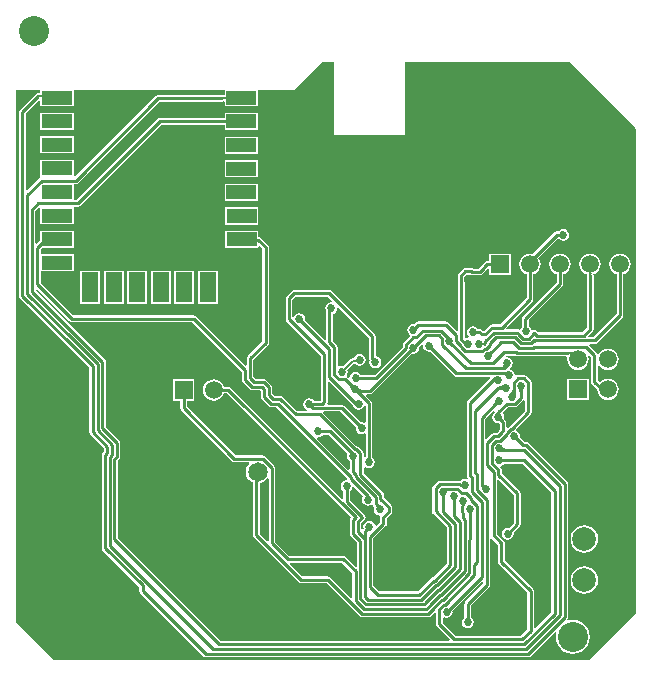
<source format=gbl>
G04 Layer_Physical_Order=2*
G04 Layer_Color=16711680*
%FSLAX24Y24*%
%MOIN*%
G70*
G01*
G75*
%ADD38C,0.0100*%
%ADD39C,0.0060*%
%ADD45R,0.0591X0.0591*%
%ADD46C,0.0591*%
%ADD47R,0.1000X0.0450*%
%ADD48R,0.0550X0.1000*%
%ADD49C,0.0787*%
%ADD50C,0.0650*%
%ADD51C,0.0270*%
%ADD52C,0.1000*%
G36*
X17462Y16202D02*
X17467Y16193D01*
X17473Y16185D01*
X17480Y16179D01*
X17489Y16173D01*
X17498Y16168D01*
X17508Y16165D01*
X17520Y16162D01*
X17532Y16161D01*
X17546Y16160D01*
X17498Y16075D01*
X17502Y16069D01*
X17511Y16059D01*
X17441Y15989D01*
X17431Y15998D01*
X17421Y16006D01*
X17411Y16013D01*
X17401Y16019D01*
X17390Y16024D01*
X17379Y16028D01*
X17367Y16031D01*
X17356Y16033D01*
X17344Y16035D01*
X17331Y16035D01*
X17412Y16116D01*
X17458Y16212D01*
X17462Y16202D01*
D02*
G37*
G36*
X22904Y16184D02*
X22964D01*
X22956Y16175D01*
X22948Y16165D01*
X22942Y16155D01*
X22936Y16145D01*
X22931Y16134D01*
X22927Y16123D01*
X22924Y16111D01*
X22922Y16099D01*
X22920Y16087D01*
X22920Y16074D01*
X22820D01*
X22820Y16087D01*
X22818Y16099D01*
X22816Y16111D01*
X22813Y16123D01*
X22809Y16134D01*
X22804Y16145D01*
X22798Y16155D01*
X22792Y16165D01*
X22784Y16175D01*
X22775Y16184D01*
X22839D01*
X22839Y16184D01*
X22840Y16260D01*
X22900D01*
X22904Y16184D01*
D02*
G37*
G36*
X22267Y16122D02*
X22258Y16130D01*
X22248Y16137D01*
X22238Y16144D01*
X22228Y16150D01*
X22217Y16154D01*
X22205Y16158D01*
X22193Y16161D01*
X22181Y16163D01*
X22169Y16165D01*
X22156Y16165D01*
X22152Y16265D01*
X22165Y16265D01*
X22177Y16267D01*
X22189Y16269D01*
X22201Y16272D01*
X22212Y16276D01*
X22223Y16282D01*
X22233Y16287D01*
X22242Y16294D01*
X22252Y16302D01*
X22260Y16311D01*
X22267Y16122D01*
D02*
G37*
G36*
X23003Y15784D02*
Y15441D01*
X22498Y14937D01*
X22465Y14914D01*
X22465Y14914D01*
X22428Y14878D01*
X22382Y14897D01*
Y15060D01*
X22374Y15103D01*
X22349Y15139D01*
X22349Y15139D01*
X22309Y15180D01*
X22319Y15230D01*
X22304Y15306D01*
X22261Y15371D01*
X22260Y15381D01*
X22441Y15563D01*
X22671D01*
X22671Y15563D01*
X22714Y15571D01*
X22751Y15596D01*
X22949Y15794D01*
X22949Y15794D01*
X22953Y15800D01*
X23003Y15784D01*
D02*
G37*
G36*
X22120Y15625D02*
X22108Y15626D01*
X22096Y15625D01*
X22085Y15623D01*
X22073Y15621D01*
X22062Y15617D01*
X22052Y15612D01*
X22041Y15606D01*
X22031Y15599D01*
X22021Y15591D01*
X22011Y15582D01*
X21945Y15658D01*
X21954Y15667D01*
X21962Y15677D01*
X21969Y15687D01*
X21976Y15698D01*
X21981Y15708D01*
X21986Y15720D01*
X21989Y15731D01*
X21992Y15743D01*
X21994Y15755D01*
X21995Y15767D01*
X22120Y15625D01*
D02*
G37*
G36*
X22675Y16086D02*
X22675Y16073D01*
X22678Y16036D01*
X22680Y16024D01*
X22685Y16002D01*
X22688Y15991D01*
X22695Y15970D01*
X22523Y16047D01*
X22533Y16051D01*
X22542Y16056D01*
X22550Y16063D01*
X22556Y16070D01*
X22562Y16079D01*
X22567Y16088D01*
X22570Y16098D01*
X22573Y16110D01*
X22574Y16122D01*
X22575Y16136D01*
X22675Y16086D01*
D02*
G37*
G36*
X17948Y17207D02*
X17946Y17204D01*
X17945Y17201D01*
X17943Y17197D01*
X17942Y17193D01*
X17942Y17189D01*
X17941Y17185D01*
X17940Y17175D01*
X17940Y17170D01*
X17880D01*
X17880Y17175D01*
X17879Y17185D01*
X17878Y17189D01*
X17878Y17193D01*
X17877Y17197D01*
X17875Y17201D01*
X17874Y17204D01*
X17872Y17207D01*
X17870Y17210D01*
X17950D01*
X17948Y17207D01*
D02*
G37*
G36*
X21938Y17387D02*
X21929Y17378D01*
X21921Y17368D01*
X21914Y17358D01*
X21909Y17347D01*
X21904Y17337D01*
X21900Y17326D01*
X21897Y17314D01*
X21895Y17303D01*
X21894Y17291D01*
X21895Y17278D01*
X21754Y17405D01*
X21767Y17406D01*
X21779Y17408D01*
X21790Y17410D01*
X21802Y17414D01*
X21813Y17419D01*
X21824Y17424D01*
X21834Y17430D01*
X21844Y17437D01*
X21854Y17445D01*
X21863Y17454D01*
X21938Y17387D01*
D02*
G37*
G36*
X24466Y17406D02*
X24470Y17405D01*
X24475Y17404D01*
X24483Y17403D01*
X24502Y17401D01*
X24560Y17400D01*
Y17340D01*
X24543Y17340D01*
X24470Y17335D01*
X24466Y17334D01*
X24463Y17332D01*
Y17408D01*
X24466Y17406D01*
D02*
G37*
G36*
X17229Y16342D02*
X17239Y16334D01*
X17249Y16327D01*
X17259Y16321D01*
X17270Y16316D01*
X17281Y16312D01*
X17293Y16309D01*
X17304Y16307D01*
X17316Y16305D01*
X17329Y16305D01*
X17195Y16171D01*
X17195Y16184D01*
X17193Y16196D01*
X17191Y16207D01*
X17188Y16219D01*
X17184Y16230D01*
X17179Y16241D01*
X17173Y16251D01*
X17166Y16261D01*
X17158Y16271D01*
X17149Y16281D01*
X17219Y16351D01*
X17229Y16342D01*
D02*
G37*
G36*
X21969Y16400D02*
X21902Y16371D01*
X21869Y16480D01*
X21999Y16560D01*
X21969Y16400D01*
D02*
G37*
G36*
X22415Y16897D02*
X22411Y16896D01*
X22406Y16894D01*
X22400Y16890D01*
X22393Y16886D01*
X22386Y16880D01*
X22369Y16867D01*
X22349Y16848D01*
X22339Y16838D01*
X22255Y16895D01*
X22262Y16903D01*
X22267Y16910D01*
X22272Y16917D01*
X22276Y16923D01*
X22278Y16930D01*
X22280Y16936D01*
X22281Y16942D01*
X22280Y16947D01*
X22278Y16953D01*
X22276Y16958D01*
X22415Y16897D01*
D02*
G37*
G36*
X23888Y12724D02*
Y8730D01*
X23358Y8201D01*
X23312Y8220D01*
Y9430D01*
X23304Y9473D01*
X23279Y9509D01*
X23279Y9509D01*
X22332Y10456D01*
Y11030D01*
X22332Y11030D01*
X22324Y11073D01*
X22299Y11109D01*
X22299Y11109D01*
X22072Y11336D01*
Y13144D01*
X22118Y13163D01*
X22638Y12644D01*
Y11716D01*
X22464Y11542D01*
X22430Y11549D01*
X22354Y11534D01*
X22289Y11491D01*
X22246Y11426D01*
X22231Y11350D01*
X22246Y11274D01*
X22289Y11209D01*
X22354Y11166D01*
X22430Y11151D01*
X22506Y11166D01*
X22571Y11209D01*
X22614Y11274D01*
X22629Y11350D01*
X22622Y11384D01*
X22829Y11591D01*
X22829Y11591D01*
X22854Y11627D01*
X22862Y11670D01*
Y12690D01*
X22862Y12690D01*
X22854Y12733D01*
X22829Y12769D01*
X22829Y12769D01*
X22232Y13366D01*
Y13464D01*
X22232Y13464D01*
X22224Y13506D01*
X22199Y13543D01*
X22187Y13556D01*
X22201Y13603D01*
X22216Y13606D01*
X22281Y13649D01*
X22300Y13678D01*
X22934D01*
X23888Y12724D01*
D02*
G37*
G36*
X17618Y12604D02*
X17586Y12556D01*
X17571Y12480D01*
X17586Y12404D01*
X17629Y12339D01*
X17694Y12296D01*
X17770Y12281D01*
X17846Y12296D01*
X17869Y12312D01*
X17883Y12310D01*
X17930Y12292D01*
X17946Y12269D01*
X17977Y12238D01*
X17976Y12236D01*
X17961Y12160D01*
X17976Y12084D01*
X18019Y12019D01*
X18084Y11976D01*
X18143Y11964D01*
X18152Y11957D01*
X18174Y11926D01*
X18178Y11914D01*
X18173Y11889D01*
X18173Y11889D01*
Y11730D01*
X18062Y11619D01*
X18008Y11635D01*
X18004Y11656D01*
X17961Y11721D01*
X17896Y11764D01*
X17820Y11779D01*
X17744Y11764D01*
X17679Y11721D01*
X17636Y11656D01*
X17621Y11580D01*
X17630Y11533D01*
X17601Y11504D01*
X17597Y11498D01*
X17547Y11514D01*
Y11706D01*
X17661Y11819D01*
X17685Y11856D01*
X17694Y11899D01*
X17685Y11941D01*
X17661Y11978D01*
X17661Y11978D01*
X17172Y12466D01*
Y12770D01*
X17201Y12789D01*
X17244Y12854D01*
X17253Y12899D01*
X17307Y12915D01*
X17618Y12604D01*
D02*
G37*
G36*
X7821Y18431D02*
X7857Y18406D01*
X7900Y18398D01*
X7900Y18398D01*
X11910D01*
X13563Y16745D01*
Y16472D01*
X13563Y16472D01*
X13571Y16429D01*
X13596Y16393D01*
X13596Y16393D01*
X13833Y16156D01*
X13869Y16131D01*
X13912Y16123D01*
X13912Y16123D01*
X14185D01*
X14189Y16119D01*
Y15918D01*
X14189Y15918D01*
X14197Y15875D01*
X14221Y15839D01*
X14221Y15839D01*
X14459Y15601D01*
X14495Y15577D01*
X14538Y15569D01*
X14538Y15569D01*
X14711D01*
X17083Y13197D01*
Y13186D01*
X17083Y13186D01*
X17085Y13175D01*
X17078Y13162D01*
X17047Y13126D01*
X16984Y13114D01*
X16919Y13071D01*
X16876Y13006D01*
X16861Y12930D01*
X16876Y12854D01*
X16919Y12789D01*
X16948Y12770D01*
Y12530D01*
X16902Y12510D01*
X13193Y16219D01*
X13156Y16244D01*
X13114Y16252D01*
X13114Y16252D01*
X12968D01*
X12940Y16319D01*
X12883Y16393D01*
X12809Y16450D01*
X12723Y16486D01*
X12630Y16498D01*
X12537Y16486D01*
X12451Y16450D01*
X12377Y16393D01*
X12320Y16319D01*
X12284Y16233D01*
X12272Y16140D01*
X12284Y16047D01*
X12320Y15961D01*
X12377Y15887D01*
X12451Y15830D01*
X12537Y15794D01*
X12630Y15782D01*
X12723Y15794D01*
X12809Y15830D01*
X12883Y15887D01*
X12940Y15961D01*
X12968Y16028D01*
X13067D01*
X17196Y11899D01*
Y11898D01*
X17171Y11861D01*
X17163Y11818D01*
X17163Y11818D01*
Y11350D01*
X17163Y11350D01*
X17171Y11307D01*
X17196Y11271D01*
X17408Y11059D01*
Y10266D01*
X17362Y10247D01*
X17029Y10579D01*
X16993Y10604D01*
X16950Y10612D01*
X16950Y10612D01*
X15146D01*
X14687Y11071D01*
Y13540D01*
X14679Y13583D01*
X14654Y13619D01*
X14654Y13619D01*
X14349Y13924D01*
X14313Y13949D01*
X14270Y13957D01*
X14270Y13957D01*
X13361D01*
X11742Y15576D01*
Y15785D01*
X11985D01*
Y16495D01*
X11275D01*
Y15785D01*
X11518D01*
Y15530D01*
X11518Y15530D01*
X11526Y15487D01*
X11551Y15451D01*
X13236Y13766D01*
X13236Y13766D01*
X13272Y13741D01*
X13315Y13733D01*
X13315Y13733D01*
X13801D01*
X13811Y13701D01*
X13814Y13683D01*
X13754Y13604D01*
X13715Y13511D01*
X13702Y13410D01*
X13715Y13309D01*
X13754Y13216D01*
X13815Y13135D01*
X13896Y13074D01*
X13938Y13056D01*
Y11300D01*
X13938Y11300D01*
X13946Y11257D01*
X13971Y11221D01*
X15461Y9731D01*
X15461Y9731D01*
X15497Y9706D01*
X15540Y9698D01*
X16388D01*
X17496Y8591D01*
X17496Y8591D01*
X17532Y8566D01*
X17575Y8558D01*
X19785D01*
X19785Y8558D01*
X19828Y8566D01*
X19864Y8591D01*
X19987Y8713D01*
X20033Y8694D01*
Y8335D01*
X20033Y8335D01*
X20041Y8292D01*
X20066Y8256D01*
X20493Y7828D01*
X20474Y7782D01*
X12856D01*
X9429Y11210D01*
Y13785D01*
X9481Y13837D01*
X9481Y13837D01*
X9506Y13873D01*
X9514Y13916D01*
X9514Y13916D01*
Y14384D01*
X9514Y14384D01*
X9506Y14427D01*
X9481Y14463D01*
X9481Y14463D01*
X9032Y14912D01*
Y17077D01*
X9032Y17077D01*
X9024Y17120D01*
X8999Y17156D01*
X8999Y17156D01*
X8090Y18065D01*
X8069Y18079D01*
X6691Y19458D01*
X6694Y19486D01*
X6747Y19505D01*
X7821Y18431D01*
D02*
G37*
G36*
X22108Y10984D02*
Y10410D01*
X22108Y10410D01*
X22116Y10367D01*
X22141Y10331D01*
X23088Y9384D01*
Y8156D01*
X22874Y7942D01*
X20696D01*
X20257Y8381D01*
Y8541D01*
X20301Y8565D01*
X20314Y8556D01*
X20390Y8541D01*
X20466Y8556D01*
X20531Y8599D01*
X20574Y8664D01*
X20589Y8740D01*
X20582Y8774D01*
X21567Y9758D01*
X21613Y9739D01*
Y9681D01*
X21021Y9089D01*
X21021Y9089D01*
X20996Y9053D01*
X20988Y9010D01*
Y8550D01*
X20959Y8531D01*
X20916Y8466D01*
X20901Y8390D01*
X20916Y8314D01*
X20959Y8249D01*
X21024Y8206D01*
X21100Y8191D01*
X21176Y8206D01*
X21241Y8249D01*
X21284Y8314D01*
X21299Y8390D01*
X21284Y8466D01*
X21241Y8531D01*
X21212Y8550D01*
Y8964D01*
X21804Y9556D01*
X21829Y9592D01*
X21837Y9635D01*
X21837Y9635D01*
Y11186D01*
X21861Y11199D01*
X21887Y11204D01*
X22108Y10984D01*
D02*
G37*
G36*
X17248Y10044D02*
Y9221D01*
X17202Y9202D01*
X16514Y9889D01*
X16478Y9914D01*
X16435Y9922D01*
X16435Y9922D01*
X15586D01*
X15167Y10342D01*
X15186Y10388D01*
X16904D01*
X17248Y10044D01*
D02*
G37*
G36*
X14463Y13182D02*
Y11111D01*
X14417Y11092D01*
X14162Y11346D01*
Y13031D01*
X14191Y13035D01*
X14284Y13074D01*
X14365Y13135D01*
X14413Y13199D01*
X14463Y13182D01*
D02*
G37*
G36*
X17095Y14020D02*
X17086Y14006D01*
X17071Y13930D01*
X17086Y13854D01*
X17129Y13789D01*
X17158Y13770D01*
Y13504D01*
X17112Y13485D01*
X16081Y14516D01*
X16105Y14562D01*
X16110Y14561D01*
X16186Y14576D01*
X16251Y14619D01*
X16270Y14648D01*
X16467D01*
X17095Y14020D01*
D02*
G37*
G36*
X21995Y15408D02*
X21995Y15381D01*
X21979Y15371D01*
X21936Y15306D01*
X21921Y15230D01*
X21936Y15154D01*
X21979Y15089D01*
X22044Y15046D01*
X22120Y15031D01*
X22158Y14993D01*
Y14832D01*
X22137Y14801D01*
X22133Y14782D01*
X22059Y14707D01*
X21972D01*
X21972Y14707D01*
X21929Y14699D01*
X21893Y14674D01*
X21893Y14674D01*
X21718Y14500D01*
X21672Y14519D01*
Y15155D01*
X21946Y15429D01*
X21995Y15408D01*
D02*
G37*
G36*
X17274Y15618D02*
X17276Y15604D01*
X17319Y15539D01*
X17384Y15496D01*
X17460Y15481D01*
X17536Y15496D01*
X17601Y15539D01*
X17644Y15604D01*
X17693Y15595D01*
Y15069D01*
X17649Y15045D01*
X17636Y15054D01*
X17560Y15069D01*
X17526Y15062D01*
X16969Y15619D01*
X16933Y15644D01*
X16890Y15652D01*
X16890Y15652D01*
X16444D01*
X16416Y15693D01*
X16415Y15702D01*
X16422Y15740D01*
X16422Y15740D01*
Y16404D01*
X16468Y16423D01*
X17274Y15618D01*
D02*
G37*
G36*
X21603Y13008D02*
X21633Y12982D01*
X21636Y12979D01*
X21640Y12978D01*
X21642Y12977D01*
X21644Y12977D01*
X21563Y12896D01*
X21563Y12898D01*
X21562Y12900D01*
X21561Y12904D01*
X21558Y12907D01*
X21555Y12912D01*
X21545Y12923D01*
X21525Y12945D01*
X21595Y13015D01*
X21603Y13008D01*
D02*
G37*
G36*
X17368Y14904D02*
X17361Y14870D01*
X17376Y14794D01*
X17419Y14729D01*
X17484Y14686D01*
X17560Y14671D01*
X17636Y14686D01*
X17649Y14695D01*
X17693Y14671D01*
Y13930D01*
X17677Y13920D01*
X17627Y13948D01*
Y14031D01*
X17627Y14031D01*
X17619Y14074D01*
X17594Y14111D01*
X17594Y14111D01*
X17451Y14254D01*
X17414Y14279D01*
X17371Y14287D01*
X17371Y14287D01*
X17371D01*
X16281Y15378D01*
X16301Y15428D01*
X16844D01*
X17368Y14904D01*
D02*
G37*
G36*
X22270Y14229D02*
X22276Y14220D01*
X22282Y14212D01*
X22290Y14205D01*
X22299Y14200D01*
X22308Y14195D01*
X22318Y14191D01*
X22330Y14189D01*
X22342Y14187D01*
X22356Y14186D01*
X22308Y14086D01*
X22295Y14086D01*
X22258Y14083D01*
X22246Y14081D01*
X22224Y14076D01*
X22213Y14073D01*
X22191Y14065D01*
X22266Y14239D01*
X22270Y14229D01*
D02*
G37*
G36*
X13052Y25820D02*
X13052Y25826D01*
X13050Y25831D01*
X13047Y25835D01*
X13043Y25839D01*
X13037Y25842D01*
X13030Y25845D01*
X13022Y25847D01*
X13013Y25849D01*
X13003Y25850D01*
X12991Y25850D01*
Y25910D01*
X13003Y25910D01*
X13013Y25911D01*
X13022Y25913D01*
X13030Y25915D01*
X13037Y25917D01*
X13043Y25921D01*
X13047Y25925D01*
X13050Y25929D01*
X13052Y25934D01*
X13052Y25940D01*
Y25820D01*
D02*
G37*
G36*
X13067Y25134D02*
X13071Y25133D01*
X13077Y25133D01*
X13094Y25131D01*
X13170Y25130D01*
Y25070D01*
X13065Y25065D01*
Y25135D01*
X13067Y25134D01*
D02*
G37*
G36*
X25213Y20049D02*
X25267Y20051D01*
X25256Y20047D01*
X25246Y20041D01*
X25238Y20035D01*
X25230Y20027D01*
X25224Y20018D01*
X25219Y20009D01*
X25215Y19998D01*
X25215Y19995D01*
X25214D01*
X25212Y19986D01*
X25211Y19974D01*
X25210Y19960D01*
X25150D01*
X25149Y19973D01*
X25148Y19986D01*
X25145Y19995D01*
X25145D01*
X25145Y19996D01*
X25145Y19997D01*
X25141Y20007D01*
X25136Y20016D01*
X25129Y20024D01*
X25122Y20031D01*
X25113Y20037D01*
X25103Y20041D01*
X25092Y20045D01*
X25149Y20047D01*
X25150Y20100D01*
X25210D01*
X25213Y20049D01*
D02*
G37*
G36*
X16306Y27066D02*
X16349Y27058D01*
X16640D01*
Y24655D01*
X19012D01*
Y27058D01*
X24494D01*
X26698Y24854D01*
Y8716D01*
X25124Y7142D01*
X7276D01*
X6022Y8397D01*
Y26151D01*
X6850D01*
Y26076D01*
X6849Y26074D01*
X6845Y26068D01*
X6800Y26038D01*
X6780Y26042D01*
X6737Y26034D01*
X6701Y26009D01*
X6171Y25479D01*
X6146Y25443D01*
X6138Y25400D01*
X6138Y25400D01*
Y19287D01*
X6138Y19287D01*
X6146Y19245D01*
X6171Y19208D01*
X7792Y17587D01*
X7792Y17587D01*
X7813Y17573D01*
X8488Y16898D01*
Y14733D01*
X8488Y14733D01*
X8496Y14690D01*
X8521Y14654D01*
X8970Y14205D01*
Y14095D01*
X8918Y14043D01*
X8893Y14006D01*
X8885Y13964D01*
X8885Y13964D01*
Y10887D01*
X8885Y10887D01*
X8893Y10844D01*
X8918Y10807D01*
X10148Y9577D01*
Y9450D01*
X10148Y9450D01*
X10156Y9407D01*
X10181Y9371D01*
X12281Y7271D01*
X12281Y7271D01*
X12317Y7246D01*
X12360Y7238D01*
X23119D01*
X23119Y7238D01*
X23162Y7246D01*
X23198Y7271D01*
X24014Y8086D01*
X24055Y8059D01*
X24054Y8056D01*
X24035Y7910D01*
X24054Y7764D01*
X24111Y7628D01*
X24201Y7511D01*
X24318Y7421D01*
X24454Y7364D01*
X24600Y7345D01*
X24746Y7364D01*
X24882Y7421D01*
X24999Y7511D01*
X25089Y7628D01*
X25146Y7764D01*
X25165Y7910D01*
X25146Y8056D01*
X25089Y8192D01*
X24999Y8309D01*
X24882Y8399D01*
X24746Y8456D01*
X24600Y8475D01*
X24454Y8456D01*
X24451Y8454D01*
X24418Y8495D01*
X24434Y8518D01*
X24442Y8561D01*
Y13016D01*
X24442Y13016D01*
X24434Y13059D01*
X24409Y13096D01*
X24409Y13096D01*
X23129Y14376D01*
X23093Y14400D01*
X23050Y14409D01*
X23050Y14409D01*
X22985D01*
X22838Y14556D01*
X22844Y14590D01*
X22829Y14666D01*
X22786Y14731D01*
X22722Y14773D01*
X22715Y14778D01*
X22706Y14827D01*
X23194Y15316D01*
X23194Y15316D01*
X23219Y15352D01*
X23227Y15395D01*
X23227Y15395D01*
Y16381D01*
X23227Y16381D01*
X23219Y16424D01*
X23194Y16461D01*
X23194Y16461D01*
X23051Y16604D01*
X23014Y16629D01*
X22971Y16637D01*
X22971Y16637D01*
X22769D01*
X22769Y16637D01*
X22726Y16629D01*
X22717Y16623D01*
X22708Y16624D01*
X22665Y16648D01*
X22654Y16706D01*
X22611Y16771D01*
X22546Y16814D01*
X22516Y16820D01*
X22506Y16873D01*
X22531Y16889D01*
X22574Y16954D01*
X22589Y17030D01*
X22574Y17106D01*
X22531Y17171D01*
X22466Y17214D01*
X22405Y17226D01*
X22382Y17263D01*
X22379Y17278D01*
X22385Y17288D01*
X22662D01*
X22687Y17271D01*
X22730Y17263D01*
X24376D01*
X24419Y17219D01*
X24412Y17160D01*
X24424Y17067D01*
X24460Y16981D01*
X24517Y16907D01*
X24591Y16850D01*
X24677Y16814D01*
X24770Y16802D01*
X24863Y16814D01*
X24949Y16850D01*
X25023Y16907D01*
X25080Y16981D01*
X25116Y17067D01*
X25128Y17160D01*
X25116Y17253D01*
X25108Y17273D01*
X25150Y17301D01*
X25198Y17254D01*
Y16410D01*
X25198Y16410D01*
X25206Y16367D01*
X25231Y16331D01*
X25413Y16148D01*
X25424Y16067D01*
X25460Y15981D01*
X25517Y15907D01*
X25591Y15850D01*
X25677Y15814D01*
X25770Y15802D01*
X25863Y15814D01*
X25949Y15850D01*
X26023Y15907D01*
X26080Y15981D01*
X26116Y16067D01*
X26128Y16160D01*
X26116Y16253D01*
X26080Y16339D01*
X26023Y16413D01*
X25949Y16470D01*
X25863Y16506D01*
X25770Y16518D01*
X25677Y16506D01*
X25591Y16470D01*
X25517Y16413D01*
X25468Y16410D01*
X25422Y16456D01*
Y16948D01*
X25472Y16965D01*
X25517Y16907D01*
X25591Y16850D01*
X25677Y16814D01*
X25770Y16802D01*
X25863Y16814D01*
X25949Y16850D01*
X26023Y16907D01*
X26080Y16981D01*
X26116Y17067D01*
X26128Y17160D01*
X26116Y17253D01*
X26080Y17339D01*
X26023Y17413D01*
X25949Y17470D01*
X25863Y17506D01*
X25770Y17518D01*
X25677Y17506D01*
X25591Y17470D01*
X25517Y17413D01*
X25464Y17345D01*
X25436Y17344D01*
X25410Y17349D01*
X25389Y17379D01*
X25389Y17379D01*
X25141Y17628D01*
X25161Y17678D01*
X25330D01*
X25330Y17678D01*
X25373Y17686D01*
X25409Y17711D01*
X26249Y18551D01*
X26249Y18551D01*
X26274Y18587D01*
X26282Y18630D01*
Y19992D01*
X26349Y20020D01*
X26423Y20077D01*
X26480Y20151D01*
X26516Y20237D01*
X26528Y20330D01*
X26516Y20423D01*
X26480Y20509D01*
X26423Y20583D01*
X26349Y20640D01*
X26263Y20676D01*
X26170Y20688D01*
X26077Y20676D01*
X25991Y20640D01*
X25917Y20583D01*
X25860Y20509D01*
X25824Y20423D01*
X25812Y20330D01*
X25824Y20237D01*
X25860Y20151D01*
X25917Y20077D01*
X25991Y20020D01*
X26058Y19992D01*
Y18676D01*
X25284Y17902D01*
X25136D01*
X25117Y17948D01*
X25259Y18091D01*
X25284Y18127D01*
X25292Y18170D01*
X25292Y18170D01*
Y19960D01*
X25286Y19989D01*
X25292Y19991D01*
X25300Y19999D01*
X25349Y20020D01*
X25423Y20077D01*
X25480Y20151D01*
X25516Y20237D01*
X25528Y20330D01*
X25516Y20423D01*
X25480Y20509D01*
X25423Y20583D01*
X25349Y20640D01*
X25263Y20676D01*
X25170Y20688D01*
X25077Y20676D01*
X24991Y20640D01*
X24917Y20583D01*
X24860Y20509D01*
X24824Y20423D01*
X24812Y20330D01*
X24824Y20237D01*
X24860Y20151D01*
X24917Y20077D01*
X24991Y20020D01*
X25066Y19989D01*
X25072Y19984D01*
X25072Y19983D01*
X25068Y19960D01*
Y18216D01*
X24914Y18062D01*
X23438D01*
X23371Y18129D01*
X23335Y18154D01*
X23292Y18162D01*
X23292Y18162D01*
X23275D01*
X23232Y18154D01*
X23217Y18160D01*
X23214Y18176D01*
X23171Y18241D01*
X23122Y18273D01*
Y18474D01*
X24249Y19601D01*
X24249Y19601D01*
X24274Y19637D01*
X24282Y19680D01*
X24282Y19680D01*
Y19992D01*
X24349Y20020D01*
X24423Y20077D01*
X24480Y20151D01*
X24516Y20237D01*
X24528Y20330D01*
X24516Y20423D01*
X24480Y20509D01*
X24423Y20583D01*
X24349Y20640D01*
X24263Y20676D01*
X24170Y20688D01*
X24077Y20676D01*
X23991Y20640D01*
X23917Y20583D01*
X23860Y20509D01*
X23824Y20423D01*
X23812Y20330D01*
X23824Y20237D01*
X23860Y20151D01*
X23917Y20077D01*
X23991Y20020D01*
X24058Y19992D01*
Y19726D01*
X22931Y18599D01*
X22906Y18563D01*
X22898Y18520D01*
X22898Y18520D01*
Y18246D01*
X22889Y18241D01*
X22846Y18176D01*
X22843Y18160D01*
X22828Y18154D01*
X22785Y18162D01*
X22396D01*
X22377Y18208D01*
X23249Y19081D01*
X23249Y19081D01*
X23274Y19117D01*
X23282Y19160D01*
X23282Y19160D01*
Y19992D01*
X23349Y20020D01*
X23423Y20077D01*
X23480Y20151D01*
X23516Y20237D01*
X23528Y20330D01*
X23516Y20423D01*
X23480Y20509D01*
X23453Y20545D01*
X24079Y21170D01*
X24139Y21169D01*
X24204Y21126D01*
X24280Y21111D01*
X24356Y21126D01*
X24421Y21169D01*
X24464Y21234D01*
X24479Y21310D01*
X24464Y21386D01*
X24421Y21451D01*
X24356Y21494D01*
X24280Y21509D01*
X24204Y21494D01*
X24139Y21451D01*
X24120Y21422D01*
X24060D01*
X24060Y21422D01*
X24017Y21414D01*
X23981Y21389D01*
X23266Y20675D01*
X23263Y20676D01*
X23170Y20688D01*
X23077Y20676D01*
X22991Y20640D01*
X22917Y20583D01*
X22860Y20509D01*
X22824Y20423D01*
X22812Y20330D01*
X22824Y20237D01*
X22860Y20151D01*
X22917Y20077D01*
X22991Y20020D01*
X23058Y19992D01*
Y19206D01*
X22179Y18327D01*
X21906D01*
X21906Y18327D01*
X21863Y18319D01*
X21827Y18294D01*
X21635Y18102D01*
X21607D01*
X21560Y18149D01*
X21524Y18174D01*
X21481Y18182D01*
X21481Y18182D01*
X21430D01*
X21411Y18211D01*
X21346Y18254D01*
X21270Y18269D01*
X21194Y18254D01*
X21129Y18211D01*
X21086Y18146D01*
X21071Y18070D01*
X21086Y17994D01*
X21129Y17929D01*
X21137Y17924D01*
X21117Y17877D01*
X21110Y17879D01*
X21039Y17865D01*
X21017Y17877D01*
X20992Y17896D01*
Y19744D01*
X20992Y19744D01*
X20987Y19769D01*
Y19905D01*
X21065Y19983D01*
X21181D01*
X21199Y19971D01*
X21241Y19963D01*
X21491D01*
X21491Y19963D01*
X21534Y19971D01*
X21571Y19996D01*
X21714Y20139D01*
X21714Y20139D01*
X21727Y20159D01*
X21765Y20196D01*
X21815Y20175D01*
Y19975D01*
X22525D01*
Y20685D01*
X21815D01*
Y20442D01*
X21740D01*
X21697Y20434D01*
X21661Y20409D01*
X21661Y20409D01*
X21556Y20304D01*
X21543Y20285D01*
X21445Y20187D01*
X21282D01*
X21264Y20199D01*
X21221Y20207D01*
X21221Y20207D01*
X21019D01*
X21019Y20207D01*
X20976Y20199D01*
X20939Y20174D01*
X20939Y20174D01*
X20796Y20031D01*
X20771Y19994D01*
X20763Y19951D01*
X20763Y19951D01*
Y19749D01*
X20763Y19749D01*
X20768Y19723D01*
Y18136D01*
X20722Y18117D01*
X20449Y18389D01*
X20413Y18414D01*
X20370Y18422D01*
X20370Y18422D01*
X19450D01*
X19407Y18414D01*
X19371Y18389D01*
X19371Y18389D01*
X19314Y18332D01*
X19280Y18339D01*
X19204Y18324D01*
X19139Y18281D01*
X19096Y18216D01*
X19081Y18140D01*
X19096Y18064D01*
X19139Y17999D01*
X19158Y17987D01*
X19162Y17938D01*
X18956Y17731D01*
X18931Y17694D01*
X18923Y17651D01*
X18923Y17651D01*
Y17578D01*
X17997Y16652D01*
X17520D01*
X17501Y16681D01*
X17436Y16724D01*
X17360Y16739D01*
X17284Y16724D01*
X17219Y16681D01*
X17176Y16616D01*
X17166Y16563D01*
X17113Y16546D01*
X17078Y16581D01*
X17078Y16581D01*
X17062Y16648D01*
X17077Y16670D01*
X17092Y16747D01*
X17081Y16804D01*
X17291Y17014D01*
X17347Y17010D01*
X17354Y16999D01*
X17419Y16956D01*
X17495Y16941D01*
X17571Y16956D01*
X17636Y16999D01*
X17679Y17063D01*
X17694Y17139D01*
X17679Y17216D01*
X17636Y17280D01*
X17571Y17323D01*
X17495Y17338D01*
X17419Y17323D01*
X17354Y17280D01*
X17311Y17216D01*
X17311Y17212D01*
X17267D01*
X17232Y17205D01*
X17202Y17185D01*
X16951Y16934D01*
X16893Y16945D01*
X16817Y16930D01*
X16805Y16922D01*
X16761Y16945D01*
Y17557D01*
X16752Y17600D01*
X16728Y17636D01*
X16728Y17636D01*
X16592Y17772D01*
Y18680D01*
X16626Y18686D01*
X16691Y18729D01*
X16734Y18794D01*
X16747Y18863D01*
X16770Y18876D01*
X16797Y18884D01*
X17798Y17884D01*
Y17240D01*
X17806Y17197D01*
X17814Y17185D01*
X17814Y17185D01*
X17814Y17184D01*
X17814Y17182D01*
X17814Y17180D01*
X17814Y17179D01*
X17814Y17179D01*
X17815Y17178D01*
X17815Y17178D01*
X17815Y17177D01*
X17815Y17177D01*
X17815Y17172D01*
X17815Y17169D01*
X17821Y17154D01*
X17825Y17135D01*
X17834Y17122D01*
X17821Y17060D01*
X17836Y16984D01*
X17879Y16919D01*
X17944Y16876D01*
X18020Y16861D01*
X18096Y16876D01*
X18161Y16919D01*
X18204Y16984D01*
X18219Y17060D01*
X18204Y17136D01*
X18161Y17201D01*
X18096Y17244D01*
X18022Y17258D01*
Y17930D01*
X18014Y17973D01*
X17989Y18009D01*
X17989Y18009D01*
X16559Y19439D01*
X16523Y19464D01*
X16480Y19472D01*
X16480Y19472D01*
X15310D01*
X15267Y19464D01*
X15231Y19439D01*
X15231Y19439D01*
X15061Y19269D01*
X15036Y19233D01*
X15028Y19190D01*
X15028Y19190D01*
Y18492D01*
X15028Y18492D01*
X15036Y18449D01*
X15061Y18413D01*
X16198Y17276D01*
Y15786D01*
X16184Y15772D01*
X15980D01*
X15961Y15801D01*
X15896Y15844D01*
X15820Y15859D01*
X15744Y15844D01*
X15679Y15801D01*
X15636Y15736D01*
X15621Y15660D01*
X15636Y15584D01*
X15679Y15519D01*
X15728Y15487D01*
X15713Y15437D01*
X15414D01*
X14931Y15920D01*
X14895Y15944D01*
X14852Y15953D01*
X14852Y15953D01*
X14651D01*
X14573Y16031D01*
Y16232D01*
X14573Y16232D01*
X14564Y16275D01*
X14540Y16311D01*
X14540Y16311D01*
X14377Y16474D01*
X14341Y16499D01*
X14298Y16507D01*
X14298Y16507D01*
X14025D01*
X13947Y16585D01*
Y17150D01*
X14439Y17642D01*
X14439Y17642D01*
X14464Y17679D01*
X14472Y17721D01*
X14472Y17721D01*
Y20890D01*
X14472Y20890D01*
X14464Y20933D01*
X14439Y20969D01*
X14439Y20969D01*
X14179Y21229D01*
X14143Y21254D01*
X14120Y21258D01*
Y21445D01*
X13000D01*
Y20875D01*
X14120D01*
Y20906D01*
X14166Y20925D01*
X14248Y20844D01*
Y17768D01*
X13756Y17276D01*
X13731Y17239D01*
X13723Y17196D01*
X13723Y17196D01*
Y16968D01*
X13677Y16948D01*
X12036Y18589D01*
X12036Y18589D01*
X11999Y18614D01*
X11956Y18622D01*
X7946D01*
X6857Y19711D01*
Y20095D01*
X7970D01*
Y20665D01*
X6857D01*
Y20829D01*
X6914Y20885D01*
X7970D01*
Y21455D01*
X6850D01*
Y21139D01*
X6728Y21017D01*
X6682Y21036D01*
Y22104D01*
X6800Y22221D01*
X6850Y22201D01*
Y21665D01*
X7970D01*
X7970Y22235D01*
X8015Y22248D01*
X8090D01*
X8090Y22248D01*
X8133Y22256D01*
X8169Y22281D01*
X10876Y24988D01*
X12990D01*
Y24815D01*
X14110D01*
Y25385D01*
X12990D01*
Y25212D01*
X10830D01*
X10830Y25212D01*
X10787Y25204D01*
X10751Y25179D01*
X10751Y25179D01*
X8044Y22472D01*
X7970D01*
Y23008D01*
X8040D01*
X8040Y23008D01*
X8083Y23016D01*
X8119Y23041D01*
X10826Y25748D01*
X12900D01*
X12940Y25756D01*
X12944Y25756D01*
X12990Y25728D01*
Y25595D01*
X14110D01*
Y26151D01*
X15351D01*
Y26172D01*
X16270Y27091D01*
X16306Y27066D01*
D02*
G37*
G36*
X12990Y25975D02*
X12990Y25975D01*
X12982Y25972D01*
X12920D01*
X12911Y25970D01*
X12900Y25972D01*
X10780D01*
X10780Y25972D01*
X10737Y25964D01*
X10701Y25939D01*
X10701Y25939D01*
X8020Y23259D01*
X7970Y23279D01*
Y23815D01*
X6850D01*
Y23271D01*
X6848Y23243D01*
X6822Y23207D01*
X6811Y23199D01*
X6811Y23199D01*
X6408Y22797D01*
X6362Y22816D01*
Y25354D01*
X6800Y25791D01*
X6850Y25771D01*
Y25595D01*
X7970D01*
Y26151D01*
X12990D01*
Y25975D01*
D02*
G37*
G36*
X6912Y25960D02*
X6920Y25960D01*
Y25900D01*
X6912Y25900D01*
Y25870D01*
X6912Y25876D01*
X6910Y25881D01*
X6907Y25885D01*
X6903Y25889D01*
X6897Y25893D01*
X6890Y25895D01*
X6882Y25897D01*
X6879Y25898D01*
X6815Y25895D01*
Y25965D01*
X6817Y25964D01*
X6821Y25963D01*
X6827Y25963D01*
X6844Y25961D01*
X6870Y25961D01*
X6873Y25961D01*
X6882Y25963D01*
X6890Y25965D01*
X6897Y25968D01*
X6903Y25971D01*
X6907Y25975D01*
X6910Y25979D01*
X6912Y25984D01*
X6912Y25990D01*
Y25960D01*
D02*
G37*
G36*
X20505Y17828D02*
X20507Y17810D01*
X20507Y17805D01*
X20515D01*
X20513Y17802D01*
X20511Y17799D01*
X20510Y17795D01*
X20511Y17792D01*
X20513Y17789D01*
X20515Y17786D01*
X20507D01*
X20507Y17781D01*
X20505Y17769D01*
X20505Y17763D01*
X20505Y17756D01*
X20445D01*
X20445Y17763D01*
X20443Y17781D01*
X20443Y17786D01*
X20435D01*
X20437Y17789D01*
X20439Y17792D01*
X20440Y17795D01*
X20439Y17799D01*
X20437Y17802D01*
X20435Y17805D01*
X20443D01*
X20443Y17810D01*
X20445Y17822D01*
X20445Y17828D01*
X20445Y17835D01*
X20505D01*
X20505Y17828D01*
D02*
G37*
G36*
X21600Y17719D02*
X21601Y17717D01*
X21604Y17715D01*
X21605Y17715D01*
Y17715D01*
X21607Y17714D01*
X21611Y17713D01*
X21615Y17712D01*
X21620Y17711D01*
X21626Y17710D01*
X21640Y17710D01*
Y17650D01*
X21633Y17650D01*
X21620Y17649D01*
X21615Y17648D01*
X21611Y17647D01*
X21607Y17646D01*
X21605Y17645D01*
Y17645D01*
X21604Y17645D01*
X21604Y17645D01*
X21601Y17643D01*
X21600Y17641D01*
X21599Y17639D01*
Y17647D01*
X21593Y17647D01*
X21576Y17649D01*
X21500Y17650D01*
Y17710D01*
X21599Y17715D01*
Y17721D01*
X21600Y17719D01*
D02*
G37*
G36*
X16564Y19117D02*
X16556Y19090D01*
X16543Y19067D01*
X16474Y19054D01*
X16409Y19011D01*
X16366Y18946D01*
X16351Y18870D01*
X16366Y18794D01*
X16368Y18792D01*
Y17835D01*
X16322Y17816D01*
X15677Y18461D01*
X15683Y18494D01*
X15668Y18570D01*
X15625Y18635D01*
X15560Y18678D01*
X15484Y18693D01*
X15408Y18678D01*
X15344Y18635D01*
X15302Y18573D01*
X15298Y18572D01*
X15252Y18587D01*
Y19144D01*
X15356Y19248D01*
X16434D01*
X16564Y19117D01*
D02*
G37*
G36*
X20443Y17938D02*
X20471Y17914D01*
X20481Y17907D01*
X20500Y17895D01*
X20509Y17889D01*
X20529Y17880D01*
X20353Y17813D01*
X20357Y17823D01*
X20359Y17833D01*
X20360Y17843D01*
X20360Y17853D01*
X20358Y17863D01*
X20355Y17873D01*
X20350Y17883D01*
X20344Y17893D01*
X20336Y17903D01*
X20327Y17913D01*
X20434Y17947D01*
X20443Y17938D01*
D02*
G37*
G36*
X20609Y17733D02*
X20610Y17721D01*
X20611Y17709D01*
X20614Y17698D01*
X20618Y17687D01*
X20622Y17676D01*
X20628Y17666D01*
X20635Y17656D01*
X20643Y17646D01*
X20652Y17636D01*
X20576Y17571D01*
X20566Y17580D01*
X20557Y17588D01*
X20546Y17595D01*
X20536Y17601D01*
X20525Y17607D01*
X20514Y17611D01*
X20503Y17615D01*
X20491Y17618D01*
X20479Y17620D01*
X20467Y17621D01*
X20610Y17745D01*
X20609Y17733D01*
D02*
G37*
G36*
X19607Y17647D02*
X19601Y17620D01*
X19616Y17544D01*
X19659Y17479D01*
X19724Y17436D01*
X19800Y17421D01*
X19825Y17426D01*
X20631Y16621D01*
X20631Y16621D01*
X20667Y16596D01*
X20710Y16588D01*
X21824D01*
X21843Y16542D01*
X21839Y16537D01*
X21835Y16535D01*
X21831Y16530D01*
X21812Y16511D01*
X21812Y16510D01*
X21812Y16510D01*
X21101Y15799D01*
X21076Y15763D01*
X21068Y15720D01*
X21068Y15720D01*
Y13285D01*
X21068Y13285D01*
X21076Y13242D01*
X21098Y13210D01*
X21097Y13203D01*
X21066Y13164D01*
X20990Y13179D01*
X20914Y13164D01*
X20849Y13121D01*
X20843Y13111D01*
X20835Y13112D01*
X20822D01*
X20798Y13117D01*
X20798Y13117D01*
X20462D01*
X20462Y13117D01*
X20438Y13112D01*
X20156D01*
X20156Y13112D01*
X20113Y13104D01*
X20077Y13080D01*
X20077Y13080D01*
X19946Y12949D01*
X19921Y12912D01*
X19913Y12869D01*
X19913Y12869D01*
Y12096D01*
X19913Y12096D01*
X19921Y12053D01*
X19946Y12017D01*
X20398Y11565D01*
Y10346D01*
X19946Y9895D01*
X19914Y9889D01*
X19878Y9864D01*
X19878Y9864D01*
X19436Y9422D01*
X18136D01*
X17952Y9606D01*
Y11191D01*
X18365Y11604D01*
X18365Y11604D01*
X18389Y11640D01*
X18398Y11683D01*
X18398Y11683D01*
Y11842D01*
X18554Y11999D01*
X18554Y11999D01*
X18579Y12036D01*
X18587Y12079D01*
Y12225D01*
X18587Y12225D01*
X18579Y12268D01*
X18554Y12304D01*
X18297Y12561D01*
Y12649D01*
X18297Y12649D01*
X18289Y12691D01*
X18264Y12728D01*
X18264Y12728D01*
X17627Y13365D01*
Y13555D01*
X17677Y13578D01*
X17724Y13546D01*
X17800Y13531D01*
X17876Y13546D01*
X17941Y13589D01*
X17984Y13654D01*
X17999Y13730D01*
X17984Y13806D01*
X17941Y13871D01*
X17917Y13886D01*
Y15695D01*
X17917Y15695D01*
X17909Y15738D01*
X17884Y15774D01*
X17884Y15774D01*
X17707Y15952D01*
X17726Y15998D01*
X17840D01*
X17840Y15998D01*
X17883Y16006D01*
X17919Y16031D01*
X19246Y17358D01*
X19280Y17351D01*
X19356Y17366D01*
X19421Y17409D01*
X19464Y17474D01*
X19479Y17550D01*
X19472Y17584D01*
X19561Y17672D01*
X19607Y17647D01*
D02*
G37*
%LPC*%
G36*
X7970Y24595D02*
X6850D01*
Y24025D01*
X7970D01*
Y24595D01*
D02*
G37*
G36*
X14110Y24585D02*
X12990D01*
Y24015D01*
X14110D01*
Y24585D01*
D02*
G37*
G36*
X7970Y25385D02*
X6850D01*
Y24815D01*
X7970D01*
Y25385D01*
D02*
G37*
G36*
X24980Y10258D02*
X24862Y10242D01*
X24751Y10196D01*
X24656Y10124D01*
X24584Y10029D01*
X24538Y9918D01*
X24522Y9800D01*
X24538Y9682D01*
X24584Y9571D01*
X24656Y9476D01*
X24751Y9404D01*
X24862Y9358D01*
X24980Y9342D01*
X25098Y9358D01*
X25209Y9404D01*
X25304Y9476D01*
X25376Y9571D01*
X25422Y9682D01*
X25438Y9800D01*
X25422Y9918D01*
X25376Y10029D01*
X25304Y10124D01*
X25209Y10196D01*
X25098Y10242D01*
X24980Y10258D01*
D02*
G37*
G36*
Y11636D02*
X24862Y11620D01*
X24751Y11574D01*
X24656Y11502D01*
X24584Y11407D01*
X24538Y11296D01*
X24522Y11178D01*
X24538Y11060D01*
X24584Y10949D01*
X24656Y10854D01*
X24751Y10782D01*
X24862Y10736D01*
X24980Y10720D01*
X25098Y10736D01*
X25209Y10782D01*
X25304Y10854D01*
X25376Y10949D01*
X25422Y11060D01*
X25438Y11178D01*
X25422Y11296D01*
X25376Y11407D01*
X25304Y11502D01*
X25209Y11574D01*
X25098Y11620D01*
X24980Y11636D01*
D02*
G37*
G36*
X11205Y20120D02*
X10535D01*
Y19000D01*
X11205D01*
Y20120D01*
D02*
G37*
G36*
X25125Y16515D02*
X24415D01*
Y15805D01*
X25125D01*
Y16515D01*
D02*
G37*
G36*
X10405Y20120D02*
X9735D01*
Y19000D01*
X10405D01*
Y20120D01*
D02*
G37*
G36*
X8845D02*
X8175D01*
Y19000D01*
X8845D01*
Y20120D01*
D02*
G37*
G36*
X9625D02*
X8955D01*
Y19000D01*
X9625D01*
Y20120D01*
D02*
G37*
G36*
X14110Y23015D02*
X12990D01*
Y22445D01*
X14110D01*
Y23015D01*
D02*
G37*
G36*
Y23805D02*
X12990D01*
Y23235D01*
X14110D01*
Y23805D01*
D02*
G37*
G36*
X14120Y22225D02*
X13000D01*
Y21655D01*
X14120D01*
Y22225D01*
D02*
G37*
G36*
X11985Y20120D02*
X11315D01*
Y19000D01*
X11985D01*
Y20120D01*
D02*
G37*
G36*
X12785D02*
X12115D01*
Y19000D01*
X12785D01*
Y20120D01*
D02*
G37*
%LPD*%
D38*
X18890Y11990D02*
X19584Y11296D01*
X18890Y11990D02*
Y14271D01*
X17820Y11564D02*
Y11580D01*
X17680Y11424D02*
X17820Y11564D01*
Y11580D02*
X17836D01*
X17841Y11584D01*
X18025Y12349D02*
X18160Y12214D01*
X18025Y12349D02*
Y12582D01*
X18475Y12079D02*
Y12225D01*
X18185Y12515D02*
X18475Y12225D01*
X18185Y12515D02*
Y12649D01*
X17770Y12480D02*
Y12591D01*
X17780Y12601D01*
X18160Y12160D02*
Y12214D01*
X17060Y12420D02*
Y12930D01*
X17515Y13319D02*
X18185Y12649D01*
X17515Y13319D02*
Y14031D01*
X17800Y13730D02*
X17805Y13735D01*
X17195Y13186D02*
Y13243D01*
Y13186D02*
X17780Y12601D01*
X17355Y13252D02*
Y13309D01*
Y13252D02*
X18025Y12582D01*
X18285Y11889D02*
X18475Y12079D01*
X18260Y12920D02*
X18320Y12860D01*
X18260Y12920D02*
Y13790D01*
X18741Y14271D01*
X18320Y12860D02*
Y12960D01*
X18270Y12910D02*
X18320Y12960D01*
X17270Y13930D02*
Y14004D01*
Y13394D02*
Y13930D01*
Y13394D02*
X17355Y13309D01*
X14758Y15681D02*
X17195Y13243D01*
X17060Y12420D02*
X17581Y11899D01*
Y11899D02*
Y11899D01*
X17435Y11752D02*
X17581Y11899D01*
X13114Y16140D02*
X17355Y11898D01*
Y11898D02*
Y11898D01*
X17275Y11818D02*
X17355Y11898D01*
X17275Y11350D02*
Y11818D01*
X16175Y15325D02*
X17325Y14175D01*
X17371D01*
X17515Y14031D01*
X16890Y15540D02*
X17560Y14870D01*
X17680Y11172D02*
Y11424D01*
X17840Y11238D02*
X18285Y11683D01*
Y11889D01*
X20025Y12869D02*
X20156Y13000D01*
X20025Y12096D02*
X20510Y11611D01*
X20025Y12096D02*
Y12869D01*
X20156Y13000D02*
X20457D01*
X20462Y13005D01*
X20798D01*
X20803Y13000D01*
X20835D01*
X20736Y12840D02*
X20754D01*
X20731Y12845D02*
X20736Y12840D01*
X20529Y12845D02*
X20731D01*
X20524Y12840D02*
X20529Y12845D01*
X20286Y12840D02*
X20524D01*
X20754D02*
X20900Y12695D01*
X20270Y12824D02*
X20286Y12840D01*
X20270Y12077D02*
Y12750D01*
Y12796D01*
X20284Y12810D01*
X20270Y12824D02*
X20284Y12810D01*
X20270Y12077D02*
X20670Y11677D01*
X20630Y11944D02*
Y12600D01*
Y11944D02*
X20830Y11744D01*
X20900Y12695D02*
X21031D01*
X20915Y12271D02*
X20940Y12296D01*
X20915Y12069D02*
Y12271D01*
X21160Y11165D02*
Y12170D01*
X21405Y10395D02*
Y12271D01*
X21195Y12481D02*
X21405Y12271D01*
X21565Y9915D02*
Y12402D01*
X21725Y9635D02*
Y12469D01*
X20841Y12980D02*
X20990D01*
X20940Y12296D02*
Y12440D01*
X21195Y12481D02*
Y12531D01*
X21031Y12695D02*
X21195Y12531D01*
X21150Y11155D02*
X21160Y11165D01*
X20390Y8740D02*
X21565Y9915D01*
X21235Y12732D02*
X21565Y12402D01*
X21395Y12799D02*
X21725Y12469D01*
X21100Y9010D02*
X21725Y9635D01*
X21310Y10300D02*
X21405Y10395D01*
X20940Y11860D02*
Y12044D01*
Y11860D02*
X20990Y11810D01*
Y10101D02*
Y11810D01*
X20830Y10167D02*
Y11744D01*
X20915Y12069D02*
X20940Y12044D01*
X21180Y13285D02*
Y15720D01*
Y13285D02*
X21235Y13230D01*
Y12732D02*
Y13230D01*
X21395Y12799D02*
Y13330D01*
X21340Y13385D02*
X21395Y13330D01*
X21340Y13385D02*
Y15440D01*
X21560Y12980D02*
X21690Y12850D01*
X21960Y11290D02*
Y13397D01*
X22430Y11350D02*
X22750Y11670D01*
X22220Y10410D02*
X23200Y9430D01*
Y8110D02*
Y9430D01*
X22920Y7830D02*
X23200Y8110D01*
X22220Y10410D02*
Y11030D01*
X21960Y11290D02*
X22220Y11030D01*
X22120Y13320D02*
X22750Y12690D01*
Y11670D02*
Y12690D01*
X21100Y8390D02*
Y9010D01*
X20650Y7830D02*
X22920D01*
X20145Y8335D02*
X20650Y7830D01*
X20145Y8335D02*
Y8841D01*
X24330Y8561D02*
Y13016D01*
X12360Y7350D02*
X23119D01*
X24170Y8627D02*
Y12950D01*
X12600Y7510D02*
X23053D01*
X24000Y8684D02*
Y12770D01*
X12810Y7670D02*
X22986D01*
X24000Y8684D01*
X23053Y7510D02*
X24170Y8627D01*
X23119Y7350D02*
X24330Y8561D01*
X9317Y11163D02*
X12810Y7670D01*
X9157Y10953D02*
X12600Y7510D01*
X10260Y9450D02*
X12360Y7350D01*
X20510Y10300D02*
Y11611D01*
X20670Y10234D02*
Y11677D01*
X17774Y9150D02*
X19548D01*
X17707Y8990D02*
X19653D01*
X17641Y8830D02*
X19719D01*
X17575Y8670D02*
X19785D01*
X18090Y9310D02*
X19482D01*
X19995Y9785D02*
X20510Y10300D01*
X19957Y9785D02*
X19995D01*
X19482Y9310D02*
X19957Y9785D01*
X20061Y9625D02*
X20670Y10234D01*
X20023Y9625D02*
X20061D01*
X19548Y9150D02*
X20023Y9625D01*
X20128Y9465D02*
X20830Y10167D01*
X20090Y9465D02*
X20128D01*
X19665Y9040D02*
X20090Y9465D01*
X19665Y9002D02*
Y9040D01*
X19653Y8990D02*
X19665Y9002D01*
X20194Y9305D02*
X20990Y10101D01*
X20156Y9305D02*
X20194D01*
X19825Y8974D02*
X20156Y9305D01*
X19825Y8936D02*
Y8974D01*
X19719Y8830D02*
X19825Y8936D01*
X20260Y9145D02*
X21150Y10035D01*
X20222Y9145D02*
X20260D01*
X19985Y8908D02*
X20222Y9145D01*
X19985Y8870D02*
Y8908D01*
X19785Y8670D02*
X19985Y8870D01*
X20326Y8985D02*
X21310Y9969D01*
X20289Y8985D02*
X20326D01*
X20145Y8841D02*
X20289Y8985D01*
X21310Y9969D02*
Y10300D01*
X21150Y10035D02*
Y11155D01*
X17840Y9560D02*
X18090Y9310D01*
X17840Y9560D02*
Y11246D01*
X17360Y9111D02*
Y10090D01*
X16950Y10500D02*
X17360Y10090D01*
X15100Y10500D02*
X16950D01*
X17520Y9177D02*
Y11105D01*
X17680Y9244D02*
Y11172D01*
X16435Y9810D02*
X17575Y8670D01*
X15540Y9810D02*
X16435D01*
X17360Y9111D02*
X17641Y8830D01*
X17520Y9177D02*
X17707Y8990D01*
X17680Y9244D02*
X17774Y9150D01*
X14050Y11300D02*
X15540Y9810D01*
X17435Y11417D02*
X17680Y11172D01*
X17275Y11350D02*
X17520Y11105D01*
X17435Y11417D02*
Y11752D01*
X14575Y11025D02*
X15100Y10500D01*
X14575Y11025D02*
Y13540D01*
X14050Y11300D02*
Y13370D01*
X18741Y14271D02*
X18890D01*
X14538Y15681D02*
X14758D01*
X21560Y12980D02*
Y15202D01*
X12630Y16140D02*
X13114D01*
X11630Y15530D02*
Y16140D01*
Y15530D02*
X13315Y13845D01*
X14270D01*
X14575Y13540D01*
X14604Y15841D02*
X14852D01*
X14461Y15984D02*
Y16232D01*
X13979Y16395D02*
X14298D01*
X13835Y16539D02*
Y17196D01*
X14298Y16395D02*
X14461Y16232D01*
X14852Y15841D02*
X15368Y15325D01*
X14301Y15918D02*
X14538Y15681D01*
X14301Y15918D02*
Y16166D01*
X14231Y16235D02*
X14301Y16166D01*
X14461Y15984D02*
X14604Y15841D01*
X13912Y16235D02*
X14231D01*
X13675Y16472D02*
X13912Y16235D01*
X13675Y16472D02*
Y16791D01*
X11956Y18510D02*
X13675Y16791D01*
X13835Y16539D02*
X13979Y16395D01*
X15368Y15325D02*
X16175D01*
X7900Y18510D02*
X11956D01*
X6745Y19665D02*
X7900Y18510D01*
X20835Y12985D02*
Y13000D01*
X16514Y14760D02*
X17270Y14004D01*
X16110Y14760D02*
X16514D01*
X25180Y18170D02*
Y19960D01*
X22140Y14136D02*
Y14190D01*
X10830Y25100D02*
X13030D01*
X23680Y18150D02*
X23911Y18381D01*
X24730D01*
X15820Y15660D02*
X16230D01*
X15140Y18492D02*
Y19190D01*
X15310Y19360D01*
X16480D01*
X17910Y17930D01*
Y17240D02*
Y17930D01*
X17370Y15680D02*
X17460D01*
X26170Y18630D02*
Y20330D01*
X23170Y19160D02*
Y20330D01*
X21491Y20075D02*
X21635Y20219D01*
Y20225D01*
X21740Y20330D01*
X22170D01*
X23010Y18520D02*
X24170Y19680D01*
Y20330D01*
X8760Y9366D02*
X8837Y9443D01*
X15753Y16280D02*
X15783Y16310D01*
X14900Y16280D02*
X15753D01*
X14706Y16086D02*
X14900Y16280D01*
X21110Y19860D02*
X21510D01*
X14080Y16640D02*
Y16650D01*
X14520Y17090D01*
Y17450D01*
X23170Y20330D02*
Y20420D01*
X24060Y21310D01*
X24280D01*
X22984Y14136D02*
X24170Y12950D01*
X22980Y13790D02*
X24000Y12770D01*
X25330Y17790D02*
X26170Y18630D01*
X24960Y17950D02*
X25180Y18170D01*
X25030Y17580D02*
X25310Y17300D01*
Y16410D02*
Y17300D01*
Y16410D02*
X25560Y16160D01*
X25770D01*
X21019Y20095D02*
X21221D01*
X21241Y20075D01*
X21491D01*
X20875Y19749D02*
X20880Y19744D01*
X20875Y19749D02*
Y19951D01*
X21019Y20095D01*
X19035Y17651D02*
X19279Y17895D01*
X19381D01*
X19280Y18140D02*
X19450Y18310D01*
X20370D01*
X19381Y17895D02*
X19606Y18120D01*
X20190D01*
X20475Y17835D01*
X17390Y16110D02*
X17840D01*
X19280Y17550D01*
X17360Y16540D02*
X18044D01*
X19035Y17531D01*
Y17651D01*
X16230Y15660D02*
X16310Y15740D01*
Y17322D01*
X15140Y18492D02*
X16310Y17322D01*
X16480Y16570D02*
X17370Y15680D01*
X16480Y16570D02*
Y17499D01*
X15484Y18494D02*
X16480Y17499D01*
X16648Y16645D02*
Y17557D01*
Y16645D02*
X16792Y16502D01*
X16998D01*
X17330Y16170D01*
X16480Y17725D02*
X16648Y17557D01*
X16480Y17725D02*
Y18800D01*
X16550Y18870D01*
X22140Y14136D02*
X22984D01*
X21145Y17685D02*
X21150Y17680D01*
X21021Y17685D02*
X21145D01*
X23010Y18070D02*
X23030Y18050D01*
X23010Y18070D02*
Y18520D01*
X21510Y19860D02*
X22510Y18860D01*
X23309Y17580D02*
X25030D01*
X23630Y18200D02*
X23680Y18150D01*
X21640Y17680D02*
X21675Y17715D01*
Y17758D01*
X21967Y18050D01*
X21906Y18215D02*
X22225D01*
X23170Y19160D01*
X21835Y17649D02*
Y17691D01*
X22034Y17890D01*
X21967Y18050D02*
X22785D01*
X22034Y17890D02*
X22667D01*
X23030Y18050D02*
Y18100D01*
X20370Y18310D02*
X20720Y17960D01*
X20880Y17826D02*
Y19744D01*
Y17826D02*
X21021Y17685D01*
X21270Y18070D02*
X21481D01*
X21561Y17990D01*
X21681D01*
X21906Y18215D01*
X20720Y17760D02*
Y17960D01*
X19280Y17550D02*
X19690Y17960D01*
X20124D01*
X20230Y17854D01*
Y17654D02*
Y17854D01*
Y17654D02*
X21024Y16860D01*
X19790Y17620D02*
X20710Y16700D01*
X23343Y17790D02*
X25330D01*
X23334Y17781D02*
X23343Y17790D01*
X23292Y18050D02*
X23392Y17950D01*
X24960D01*
X22785Y17999D02*
Y18050D01*
Y17999D02*
X22929Y17855D01*
X23131D01*
X23275Y17999D01*
Y18050D01*
X23292D01*
X22667Y17890D02*
X22862Y17695D01*
X23198D01*
X23309Y17806D01*
X23334Y17781D01*
X22210Y17730D02*
X22601D01*
X22796Y17535D01*
X23264D01*
X23309Y17580D01*
X22395Y15675D02*
X22671D01*
X21180Y15720D02*
X21990Y16530D01*
X22390Y17030D02*
X22460D01*
X22444Y16630D02*
X22470D01*
X20475Y17742D02*
Y17756D01*
Y17742D02*
X21192Y17025D01*
X22356Y16700D02*
X22365Y16709D01*
X22444Y16630D01*
X21990Y16530D02*
X22060Y16460D01*
X22115Y16215D02*
X22355D01*
X22310Y17400D02*
X22705D01*
X22730Y17375D01*
X24425D01*
X24430Y17370D01*
X22645Y14590D02*
X22939Y14296D01*
X23050D01*
X24330Y13016D01*
X10260Y9450D02*
Y9624D01*
X8997Y10887D02*
X10260Y9624D01*
X10780Y25860D02*
X12900D01*
X8040Y23120D02*
X10780Y25860D01*
X6890Y23120D02*
X8040D01*
X8837Y9443D02*
Y14150D01*
X8997Y13964D02*
X9082Y14049D01*
Y14251D01*
X9157Y13897D02*
X9242Y13982D01*
Y14318D01*
X9317Y11163D02*
Y13831D01*
X9402Y13916D01*
Y14384D01*
X8997Y10887D02*
Y13964D01*
X9157Y10953D02*
Y13897D01*
X8920Y14866D02*
X9402Y14384D01*
X8760Y14800D02*
X9242Y14318D01*
X8600Y14733D02*
X9082Y14251D01*
X8090Y22360D02*
X10830Y25100D01*
X6780Y22360D02*
X8090D01*
X6410Y22640D02*
X6890Y23120D01*
X6250Y25400D02*
X6780Y25930D01*
X6570Y22150D02*
X6780Y22360D01*
X6250Y19287D02*
X7871Y17666D01*
X7878D01*
X6410Y19354D02*
X7938Y17826D01*
X7945D01*
X6570Y19420D02*
X8004Y17986D01*
X8011D01*
X8920Y17077D01*
X7945Y17826D02*
X8760Y17011D01*
Y14800D02*
Y17011D01*
X7878Y17666D02*
X8600Y16944D01*
Y14733D02*
Y16944D01*
X8920Y14866D02*
Y17077D01*
X6250Y19287D02*
Y25400D01*
X6410Y19354D02*
Y22640D01*
X6570Y19420D02*
Y22150D01*
X6745Y19665D02*
Y20875D01*
X7040Y21170D01*
X7410D01*
X15820Y15660D02*
X15940Y15540D01*
X16890D01*
X13835Y17196D02*
X14360Y17721D01*
Y20890D01*
X14100Y21150D02*
X14360Y20890D01*
X13570Y21150D02*
X14100D01*
X13560Y21160D02*
X13570Y21150D01*
X17805Y13735D02*
Y15695D01*
X17330Y16170D02*
X17390Y16110D01*
X17805Y15695D01*
X23364Y15470D02*
X23800Y15906D01*
Y16250D01*
X23742Y16308D02*
X23800Y16250D01*
X20720Y17760D02*
X20865Y17615D01*
Y17579D02*
Y17615D01*
Y17579D02*
X21009Y17435D01*
X21110Y17680D02*
X21150D01*
X21340Y15440D02*
X22115Y16215D01*
X22290Y16860D02*
X22460Y17030D01*
X22570Y15920D02*
X22625Y15975D01*
Y16381D02*
X22769Y16525D01*
X22971D01*
X22671Y15675D02*
X22870Y15874D01*
X21760Y17280D02*
X22210Y17730D01*
X21009Y17435D02*
X21571D01*
X21656Y17520D01*
X21706D01*
X21835Y17649D01*
X21760Y17270D02*
Y17280D01*
X21192Y17025D02*
X21935D01*
X22310Y17400D01*
X21024Y16860D02*
X21917D01*
X21922Y16865D01*
X22258D01*
X22263Y16860D01*
X22290D01*
X20710Y16700D02*
X21984D01*
X21989Y16705D01*
X22191D01*
X22196Y16700D01*
X22356D01*
X22060Y16460D02*
X22090D01*
X22971Y16525D02*
X23115Y16381D01*
Y15395D02*
Y16381D01*
X22870Y15874D02*
Y16280D01*
X22625Y15975D02*
Y16381D01*
X22355Y16215D02*
X22360Y16220D01*
X22118Y15760D02*
X22130D01*
X22120Y15400D02*
X22395Y15675D01*
X22544Y14835D02*
X22555D01*
X23115Y15395D01*
X22105Y14595D02*
X22240Y14730D01*
X21972Y14595D02*
X22105D01*
X21735Y14358D02*
X21972Y14595D01*
X21735Y13622D02*
Y14358D01*
Y13622D02*
X21960Y13397D01*
X22140Y13790D02*
X22980D01*
X22120Y13320D02*
Y13464D01*
X21895Y13689D02*
X22120Y13464D01*
X21895Y13689D02*
Y14291D01*
X22039Y14435D01*
X22171D01*
X22400Y14664D01*
X21560Y15202D02*
X22118Y15760D01*
X22120Y15230D02*
Y15400D01*
X22400Y14691D02*
X22544Y14835D01*
X22400Y14664D02*
Y14691D01*
X22240Y14730D02*
Y14758D01*
X22100Y15230D02*
X22120D01*
X22100D02*
X22270Y15060D01*
X22240Y14758D02*
X22270Y14787D01*
Y15060D01*
X18890Y14271D02*
X19390Y14771D01*
X19890Y15271D01*
D39*
X17560Y14846D02*
Y14870D01*
X14050Y13370D02*
X14090Y13410D01*
X12900Y25860D02*
X12920Y25880D01*
X13550D01*
X13030Y25100D02*
X13550D01*
X22140Y13790D02*
X22150D01*
X17560Y14846D02*
X17578Y14828D01*
X17910Y17170D02*
Y17240D01*
Y17170D02*
X18020Y17060D01*
X16893Y16747D02*
X17267Y17120D01*
X17476D02*
X17495Y17139D01*
X17267Y17120D02*
X17476D01*
X25180Y19960D02*
Y20320D01*
X25170Y20330D02*
X25180Y20320D01*
X21110Y19860D02*
X21120Y19850D01*
X20475Y17756D02*
Y17835D01*
X19790Y17620D02*
X19800D01*
X22150Y15780D02*
Y15820D01*
X22540Y15920D02*
X22570D01*
X24430Y17370D02*
X24560D01*
X24770Y17160D01*
X6780Y25930D02*
X7360D01*
X7410Y25880D01*
X21470Y17680D02*
X21640D01*
X22870Y16120D02*
Y16280D01*
X22130Y15760D02*
X22150Y15780D01*
D45*
X11630Y16140D02*
D03*
X24770Y16160D02*
D03*
X22170Y20330D02*
D03*
D46*
X12630Y16140D02*
D03*
X25770Y17160D02*
D03*
Y16160D02*
D03*
X24770Y17160D02*
D03*
X26170Y20330D02*
D03*
X25170D02*
D03*
X24170D02*
D03*
X23170D02*
D03*
D47*
X7410Y21170D02*
D03*
X13560Y20370D02*
D03*
X7410Y25880D02*
D03*
Y25100D02*
D03*
Y24310D02*
D03*
Y23530D02*
D03*
Y22730D02*
D03*
Y21950D02*
D03*
Y20380D02*
D03*
X13560Y21160D02*
D03*
Y21940D02*
D03*
X13550Y22730D02*
D03*
Y23520D02*
D03*
Y24300D02*
D03*
Y25100D02*
D03*
Y25880D02*
D03*
D48*
X8510Y19560D02*
D03*
X9290D02*
D03*
X10070D02*
D03*
X10870D02*
D03*
X11650D02*
D03*
X12450D02*
D03*
D49*
X24980Y12556D02*
D03*
Y11178D02*
D03*
Y9800D02*
D03*
D50*
X14090Y13410D02*
D03*
D51*
X19390Y26820D02*
D03*
Y26320D02*
D03*
Y25820D02*
D03*
Y25320D02*
D03*
Y24820D02*
D03*
Y24320D02*
D03*
Y23820D02*
D03*
Y23320D02*
D03*
Y22820D02*
D03*
Y22320D02*
D03*
Y21820D02*
D03*
Y21320D02*
D03*
Y20820D02*
D03*
Y20320D02*
D03*
Y19820D02*
D03*
Y19320D02*
D03*
X19890Y20320D02*
D03*
Y20820D02*
D03*
Y21320D02*
D03*
Y21820D02*
D03*
Y22320D02*
D03*
Y22820D02*
D03*
Y23320D02*
D03*
Y23820D02*
D03*
Y24320D02*
D03*
Y24820D02*
D03*
Y25320D02*
D03*
Y25820D02*
D03*
Y26320D02*
D03*
Y26820D02*
D03*
X20390D02*
D03*
X20890D02*
D03*
X21390D02*
D03*
X21890D02*
D03*
X22390D02*
D03*
X22890D02*
D03*
X23390D02*
D03*
X23890D02*
D03*
X24390D02*
D03*
Y26320D02*
D03*
X23890D02*
D03*
X23390D02*
D03*
X22890D02*
D03*
X22390D02*
D03*
X21890D02*
D03*
X21390D02*
D03*
X20890D02*
D03*
X20390D02*
D03*
Y25820D02*
D03*
X20890D02*
D03*
X21390D02*
D03*
X21890D02*
D03*
X22390D02*
D03*
X22890D02*
D03*
X23390D02*
D03*
X23890D02*
D03*
X24390D02*
D03*
Y25320D02*
D03*
X23890D02*
D03*
X23390D02*
D03*
X22890D02*
D03*
X22390D02*
D03*
X21890D02*
D03*
X21390D02*
D03*
X20890D02*
D03*
X20390D02*
D03*
Y24820D02*
D03*
X21390D02*
D03*
X20890D02*
D03*
X21890D02*
D03*
X22390D02*
D03*
X22890D02*
D03*
X23390D02*
D03*
X23890D02*
D03*
X24390D02*
D03*
X20390Y24320D02*
D03*
X20890D02*
D03*
X21390D02*
D03*
X21890D02*
D03*
X22390D02*
D03*
X22890D02*
D03*
X20390Y23820D02*
D03*
X20890D02*
D03*
X21390D02*
D03*
X21890D02*
D03*
X22390D02*
D03*
X22890D02*
D03*
X20390Y23320D02*
D03*
X20890D02*
D03*
X21390D02*
D03*
X20390Y22820D02*
D03*
X20890D02*
D03*
X21390D02*
D03*
X21890D02*
D03*
X20390Y22320D02*
D03*
X20890D02*
D03*
X21390D02*
D03*
X21890D02*
D03*
X20390Y21820D02*
D03*
X20890D02*
D03*
X21390D02*
D03*
X21890D02*
D03*
X20390Y21320D02*
D03*
X20890D02*
D03*
X21390D02*
D03*
X21890D02*
D03*
X20390Y20820D02*
D03*
X20890D02*
D03*
X21390D02*
D03*
X20390Y20320D02*
D03*
X20890D02*
D03*
X21390D02*
D03*
X24390Y24320D02*
D03*
X16390Y26820D02*
D03*
Y26320D02*
D03*
Y25820D02*
D03*
Y25320D02*
D03*
Y24820D02*
D03*
Y24320D02*
D03*
X16890D02*
D03*
X17390D02*
D03*
X17890D02*
D03*
Y23820D02*
D03*
Y23320D02*
D03*
Y22820D02*
D03*
Y22320D02*
D03*
Y21820D02*
D03*
Y21320D02*
D03*
Y20820D02*
D03*
Y20320D02*
D03*
Y19820D02*
D03*
Y19320D02*
D03*
Y18820D02*
D03*
Y18320D02*
D03*
X17390Y18820D02*
D03*
Y19320D02*
D03*
Y19820D02*
D03*
Y20320D02*
D03*
X17398Y20757D02*
D03*
X17390Y21320D02*
D03*
Y21820D02*
D03*
Y22320D02*
D03*
Y22820D02*
D03*
Y23320D02*
D03*
Y23820D02*
D03*
X16890D02*
D03*
Y23320D02*
D03*
Y22820D02*
D03*
Y22320D02*
D03*
Y21820D02*
D03*
Y21320D02*
D03*
Y20820D02*
D03*
Y20320D02*
D03*
Y19820D02*
D03*
Y19320D02*
D03*
X15890Y26320D02*
D03*
Y25820D02*
D03*
Y25320D02*
D03*
Y24820D02*
D03*
Y24320D02*
D03*
Y23820D02*
D03*
Y23320D02*
D03*
Y22820D02*
D03*
Y22320D02*
D03*
Y21820D02*
D03*
Y21320D02*
D03*
Y20820D02*
D03*
Y20320D02*
D03*
X16390Y23820D02*
D03*
Y23320D02*
D03*
Y22820D02*
D03*
Y22320D02*
D03*
Y21820D02*
D03*
Y21320D02*
D03*
Y20820D02*
D03*
Y20320D02*
D03*
Y19820D02*
D03*
X15390Y20820D02*
D03*
Y21320D02*
D03*
Y21820D02*
D03*
Y22320D02*
D03*
Y22820D02*
D03*
Y23320D02*
D03*
Y23820D02*
D03*
Y24320D02*
D03*
Y24820D02*
D03*
Y25320D02*
D03*
Y25820D02*
D03*
X18140Y24070D02*
D03*
Y23570D02*
D03*
Y23070D02*
D03*
X19140Y26070D02*
D03*
Y25570D02*
D03*
Y25070D02*
D03*
Y24570D02*
D03*
Y24070D02*
D03*
Y23570D02*
D03*
Y23070D02*
D03*
Y22570D02*
D03*
Y22070D02*
D03*
Y21570D02*
D03*
Y21070D02*
D03*
Y20570D02*
D03*
Y20070D02*
D03*
Y19570D02*
D03*
Y19070D02*
D03*
Y18570D02*
D03*
X18140D02*
D03*
Y19070D02*
D03*
Y19570D02*
D03*
Y20070D02*
D03*
X19584Y11296D02*
D03*
X17820Y11580D02*
D03*
X17770Y12480D02*
D03*
X18160Y12160D02*
D03*
X17060Y12930D02*
D03*
X17800Y13730D02*
D03*
X18270Y12910D02*
D03*
X17270Y13930D02*
D03*
X17560Y14870D02*
D03*
X20270Y12750D02*
D03*
X20630Y12600D02*
D03*
X21160Y12170D02*
D03*
X20990Y12980D02*
D03*
X20940Y12440D02*
D03*
X21690Y12850D02*
D03*
X16110Y14760D02*
D03*
X7777Y17106D02*
D03*
Y17421D02*
D03*
X19890Y16271D02*
D03*
X20390D02*
D03*
X18890D02*
D03*
X19390D02*
D03*
X20890D02*
D03*
X20390Y15771D02*
D03*
X18890D02*
D03*
X19390D02*
D03*
X19890D02*
D03*
X20890D02*
D03*
X20390Y15271D02*
D03*
X18890D02*
D03*
X19390D02*
D03*
X19890D02*
D03*
X20890D02*
D03*
X20390Y14771D02*
D03*
X18890D02*
D03*
X19390D02*
D03*
X19890D02*
D03*
X20890D02*
D03*
Y14271D02*
D03*
X19890D02*
D03*
X19390D02*
D03*
X18890D02*
D03*
X20390D02*
D03*
X22140Y14190D02*
D03*
Y13790D02*
D03*
X24730Y18381D02*
D03*
X15820Y15660D02*
D03*
X18020Y17060D02*
D03*
X15484Y18494D02*
D03*
X17460Y15680D02*
D03*
X16893Y16747D02*
D03*
X17495Y17139D02*
D03*
X8760Y9366D02*
D03*
X8837Y14150D02*
D03*
X15783Y16310D02*
D03*
X14706Y16086D02*
D03*
X21120Y19850D02*
D03*
X14080Y16640D02*
D03*
X14520Y17450D02*
D03*
X24280Y21310D02*
D03*
X17330Y16170D02*
D03*
X20390Y8740D02*
D03*
X21100Y8390D02*
D03*
X17360Y16540D02*
D03*
X20475Y17756D02*
D03*
X19280Y17550D02*
D03*
Y18140D02*
D03*
X22430Y11350D02*
D03*
X16550Y18870D02*
D03*
X21270Y18070D02*
D03*
X22510Y18860D02*
D03*
X23630Y18200D02*
D03*
X23030Y18100D02*
D03*
X19800Y17620D02*
D03*
X22570Y15920D02*
D03*
X22470Y16630D02*
D03*
X22390Y17030D02*
D03*
X22645Y14590D02*
D03*
X23364Y15470D02*
D03*
X23742Y16308D02*
D03*
X21110Y17680D02*
D03*
X21470D02*
D03*
X21760Y17270D02*
D03*
X22090Y16460D02*
D03*
X22870Y16280D02*
D03*
X22360Y16220D02*
D03*
X22130Y15760D02*
D03*
X22120Y15230D02*
D03*
D52*
X24600Y7910D02*
D03*
X8400Y7730D02*
D03*
X6650Y28110D02*
D03*
X25440Y25120D02*
D03*
M02*

</source>
